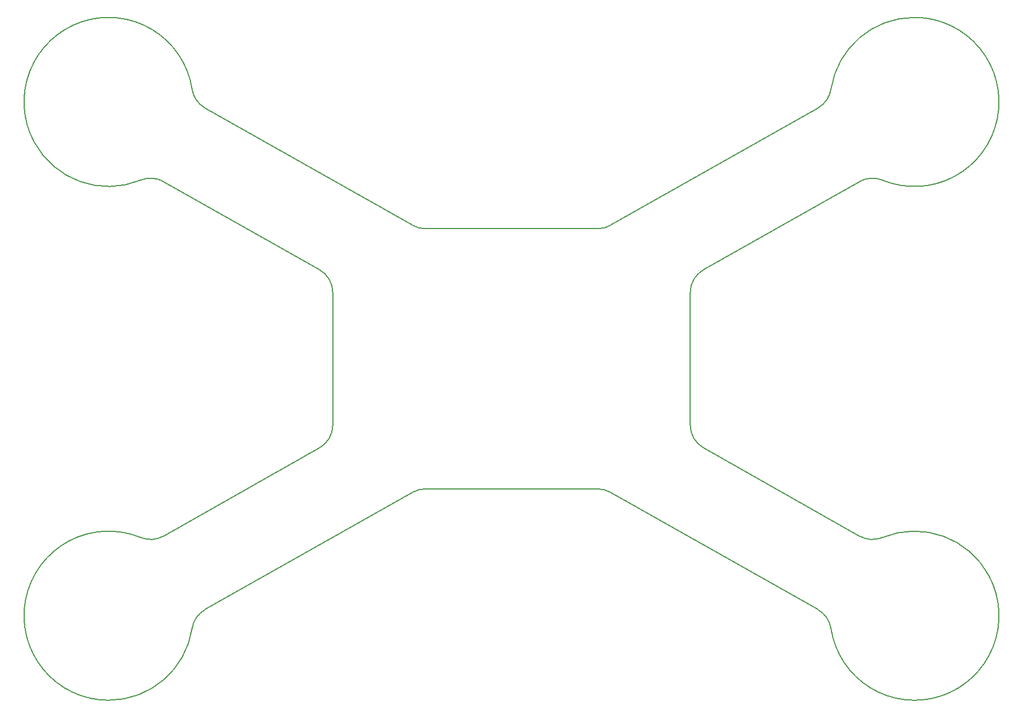
<source format=gbr>
%TF.GenerationSoftware,KiCad,Pcbnew,9.0.6*%
%TF.CreationDate,2025-12-28T22:24:58-08:00*%
%TF.ProjectId,neodrone-v1,6e656f64-726f-46e6-952d-76312e6b6963,rev?*%
%TF.SameCoordinates,Original*%
%TF.FileFunction,Profile,NP*%
%FSLAX46Y46*%
G04 Gerber Fmt 4.6, Leading zero omitted, Abs format (unit mm)*
G04 Created by KiCad (PCBNEW 9.0.6) date 2025-12-28 22:24:58*
%MOMM*%
%LPD*%
G01*
G04 APERTURE LIST*
%TA.AperFunction,Profile*%
%ADD10C,0.200000*%
%TD*%
G04 APERTURE END LIST*
D10*
X163737902Y-120000000D02*
G75*
G02*
X165706128Y-120517748I0J-3999991D01*
G01*
X137262014Y-120000000D02*
X163737902Y-120000000D01*
X103337530Y-138579981D02*
X135293788Y-120517748D01*
X101351453Y-141459353D02*
G75*
G02*
X88499958Y-152499999I-12851494J1959352D01*
G01*
X96940787Y-127262662D02*
G75*
G02*
X93449593Y-127479138I-1968230J3482248D01*
G01*
X96940792Y-72737340D02*
X120968193Y-86318046D01*
X93449593Y-72520862D02*
G75*
G02*
X96940792Y-72737339I1522965J-3698738D01*
G01*
X163737901Y-80000000D02*
X137262098Y-80000000D01*
X165706173Y-79482227D02*
G75*
G02*
X163737901Y-79999972I-1968215J3482227D01*
G01*
X199648463Y-58540647D02*
G75*
G02*
X212499958Y-47500000I12851495J-1959353D01*
G01*
X180031728Y-113681957D02*
G75*
G02*
X177999958Y-110199708I1968227J3482249D01*
G01*
X204059129Y-127262663D02*
X180031728Y-113681957D01*
X207550323Y-127479138D02*
G75*
G02*
X204059129Y-127262663I-1522965J3698729D01*
G01*
X207550323Y-127479138D02*
G75*
G02*
X223970546Y-133382353I4949634J-12020863D01*
G01*
X165706128Y-120517748D02*
X197662387Y-138579981D01*
X120968189Y-113681957D02*
X96940787Y-127262663D01*
X77029370Y-66617647D02*
G75*
G02*
X101351453Y-58540647I11470588J6117647D01*
G01*
X93449593Y-72520862D02*
G75*
G02*
X77029369Y-66617647I-4949635J12020862D01*
G01*
X212499958Y-47500000D02*
G75*
G02*
X207550323Y-72520862I0J-13000000D01*
G01*
X135293788Y-120517748D02*
G75*
G02*
X137262014Y-120000000I1968226J-3482243D01*
G01*
X103337576Y-61420045D02*
G75*
G02*
X101351453Y-58540647I1968282J3482345D01*
G01*
X122999958Y-89800290D02*
X122999958Y-110199708D01*
X137262098Y-80000000D02*
G75*
G02*
X135293716Y-79482211I0J4000310D01*
G01*
X197662385Y-61420020D02*
X165706173Y-79482227D01*
X204059124Y-72737340D02*
G75*
G02*
X207550323Y-72520863I1968234J-3482260D01*
G01*
X122999958Y-110199708D02*
G75*
G02*
X120968189Y-113681957I-3999999J0D01*
G01*
X180031729Y-86318042D02*
X204059124Y-72737340D01*
X88499958Y-152500000D02*
G75*
G02*
X93449593Y-127479138I1J13000000D01*
G01*
X177999958Y-89800300D02*
G75*
G02*
X180031732Y-86318047I4000000J0D01*
G01*
X120968193Y-86318046D02*
G75*
G02*
X122999960Y-89800290I-1968225J-3482244D01*
G01*
X135293716Y-79482212D02*
X103337576Y-61420045D01*
X199648463Y-58540647D02*
G75*
G02*
X197662396Y-61420039I-3954305J602847D01*
G01*
X177999958Y-110199708D02*
X177999958Y-89800300D01*
X101351453Y-141459353D02*
G75*
G02*
X103337530Y-138579981I3954304J-602878D01*
G01*
X223970546Y-133382353D02*
G75*
G02*
X199648463Y-141459353I-11470588J-6117647D01*
G01*
X197662387Y-138579981D02*
G75*
G02*
X199648463Y-141459353I-1968230J-3482251D01*
G01*
M02*

</source>
